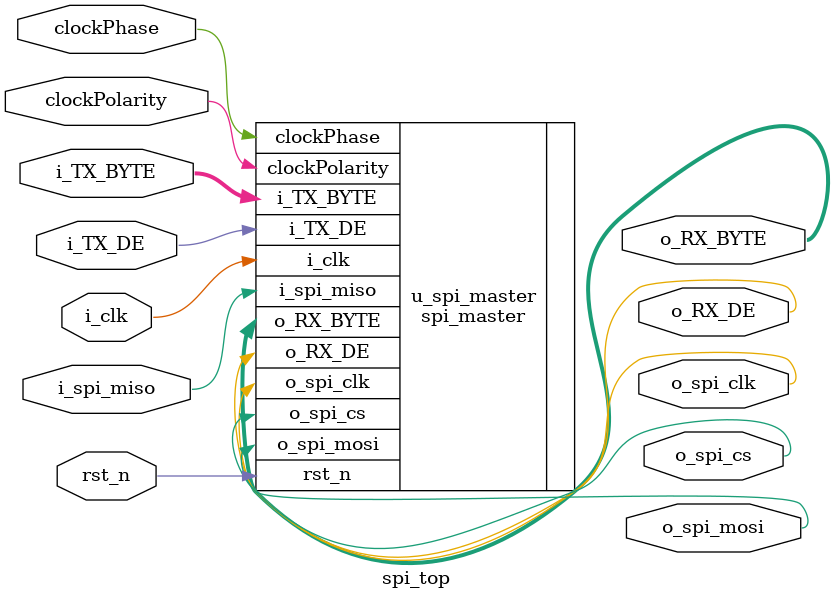
<source format=sv>
`include "spi_master.sv"

module spi_top                          #(
//========================================== 
// Parameter Description
//==========================================
parameter   DWIDTH               = 8    )(
//========================================== 
// Input / Output Description
//========================================== 
input                   i_clk,
input                   rst_n,

input   [DWIDTH-1:0]    i_TX_BYTE,          // From Internal System
input                   i_TX_DE,            // Data Enable

output  [DWIDTH-1:0]    o_RX_BYTE,          // To Internal Systen
output                  o_RX_DE,            // Data Enable

input                   clockPolarity,
input                   clockPhase,
// SPI Interface
output                  o_spi_clk,
input                   i_spi_miso,
output                  o_spi_mosi,
output                  o_spi_cs
);

spi_master u_spi_master (
        .i_clk                  ( i_clk                                       
    ),  .rst_n                  ( rst_n

    ),  .i_TX_BYTE              ( i_TX_BYTE     
    ),  .i_TX_DE                ( i_TX_DE            

    ),  .o_RX_BYTE              ( o_RX_BYTE
    ),  .o_RX_DE                ( o_RX_DE            

    ),  .clockPolarity          ( clockPolarity
    ),  .clockPhase             ( clockPhase

    ),  .o_spi_clk              ( o_spi_clk
    ),  .i_spi_miso             ( i_spi_miso
    ),  .o_spi_mosi             ( o_spi_mosi
    ),  .o_spi_cs               ( o_spi_cs
    )
);          


endmodule
</source>
